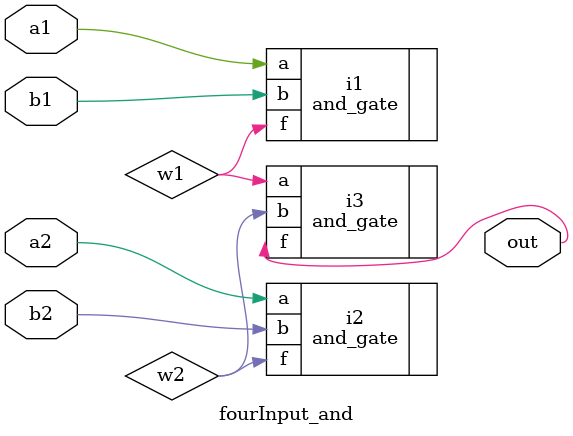
<source format=sv>
`timescale 1ns / 1ps


module fourInput_and(
    input a1,
    input b1,
    input a2,
    input b2,
    output  out
    );
    
logic w1,w2;

and_gate i1(.a(a1),.b(b1),.f(w1));
and_gate i2(.a(a2),.b(b2),.f(w2));
and_gate i3(.a(w1),.b(w2),.f(out));



endmodule

</source>
